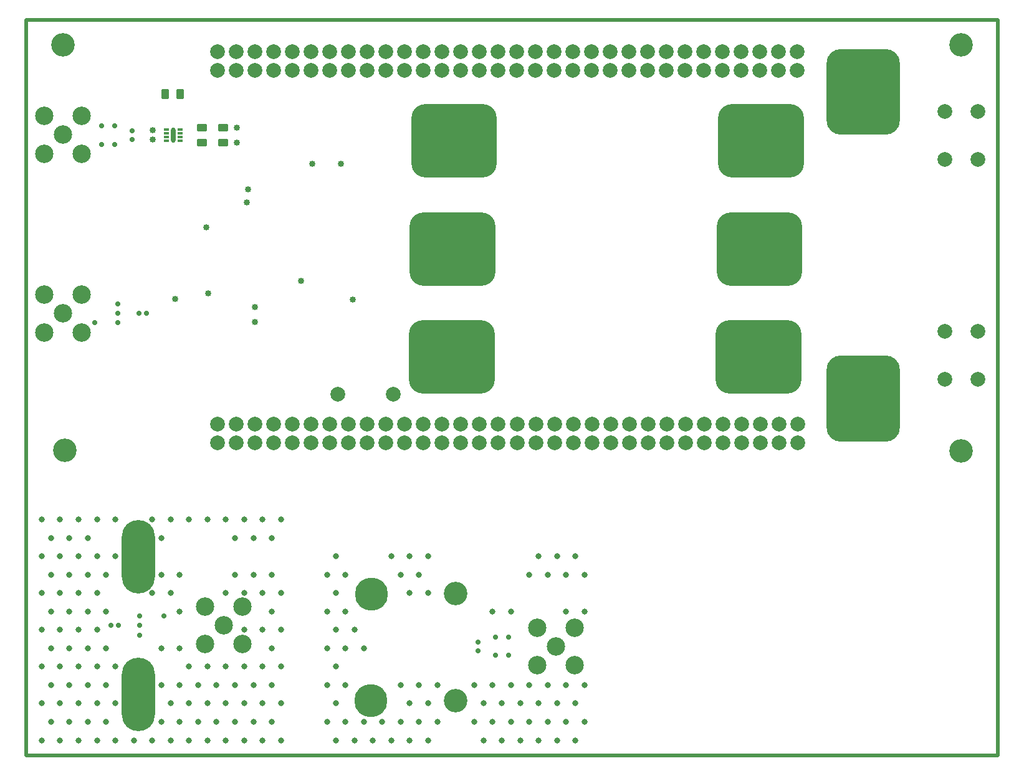
<source format=gbs>
G04*
G04 #@! TF.GenerationSoftware,Altium Limited,Altium Designer,19.0.10 (269)*
G04*
G04 Layer_Color=16711935*
%FSLAX44Y44*%
%MOMM*%
G71*
G01*
G75*
%ADD14C,0.5080*%
G04:AMPARAMS|DCode=17|XSize=1.1mm|YSize=1.35mm|CornerRadius=0.1375mm|HoleSize=0mm|Usage=FLASHONLY|Rotation=90.000|XOffset=0mm|YOffset=0mm|HoleType=Round|Shape=RoundedRectangle|*
%AMROUNDEDRECTD17*
21,1,1.1000,1.0750,0,0,90.0*
21,1,0.8250,1.3500,0,0,90.0*
1,1,0.2750,0.5375,0.4125*
1,1,0.2750,0.5375,-0.4125*
1,1,0.2750,-0.5375,-0.4125*
1,1,0.2750,-0.5375,0.4125*
%
%ADD17ROUNDEDRECTD17*%
G04:AMPARAMS|DCode=21|XSize=1.1mm|YSize=1.35mm|CornerRadius=0.1375mm|HoleSize=0mm|Usage=FLASHONLY|Rotation=0.000|XOffset=0mm|YOffset=0mm|HoleType=Round|Shape=RoundedRectangle|*
%AMROUNDEDRECTD21*
21,1,1.1000,1.0750,0,0,0.0*
21,1,0.8250,1.3500,0,0,0.0*
1,1,0.2750,0.4125,-0.5375*
1,1,0.2750,-0.4125,-0.5375*
1,1,0.2750,-0.4125,0.5375*
1,1,0.2750,0.4125,0.5375*
%
%ADD21ROUNDEDRECTD21*%
G04:AMPARAMS|DCode=24|XSize=2mm|YSize=0.6mm|CornerRadius=0.225mm|HoleSize=0mm|Usage=FLASHONLY|Rotation=270.000|XOffset=0mm|YOffset=0mm|HoleType=Round|Shape=RoundedRectangle|*
%AMROUNDEDRECTD24*
21,1,2.0000,0.1500,0,0,270.0*
21,1,1.5500,0.6000,0,0,270.0*
1,1,0.4500,-0.0750,-0.7750*
1,1,0.4500,-0.0750,0.7750*
1,1,0.4500,0.0750,0.7750*
1,1,0.4500,0.0750,-0.7750*
%
%ADD24ROUNDEDRECTD24*%
G04:AMPARAMS|DCode=25|XSize=0.75mm|YSize=0.3mm|CornerRadius=0.075mm|HoleSize=0mm|Usage=FLASHONLY|Rotation=180.000|XOffset=0mm|YOffset=0mm|HoleType=Round|Shape=RoundedRectangle|*
%AMROUNDEDRECTD25*
21,1,0.7500,0.1500,0,0,180.0*
21,1,0.6000,0.3000,0,0,180.0*
1,1,0.1500,-0.3000,0.0750*
1,1,0.1500,0.3000,0.0750*
1,1,0.1500,0.3000,-0.0750*
1,1,0.1500,-0.3000,-0.0750*
%
%ADD25ROUNDEDRECTD25*%
%ADD26O,4.5000X10.0000*%
%ADD27C,3.2000*%
%ADD28C,2.5000*%
%ADD29C,2.0000*%
G04:AMPARAMS|DCode=30|XSize=8mm|YSize=10mm|CornerRadius=2mm|HoleSize=0mm|Usage=FLASHONLY|Rotation=180.000|XOffset=0mm|YOffset=0mm|HoleType=Round|Shape=RoundedRectangle|*
%AMROUNDEDRECTD30*
21,1,8.0000,6.0000,0,0,180.0*
21,1,4.0000,10.0000,0,0,180.0*
1,1,4.0000,-2.0000,3.0000*
1,1,4.0000,2.0000,3.0000*
1,1,4.0000,2.0000,-3.0000*
1,1,4.0000,-2.0000,-3.0000*
%
%ADD30ROUNDEDRECTD30*%
G04:AMPARAMS|DCode=31|XSize=8mm|YSize=10mm|CornerRadius=2mm|HoleSize=0mm|Usage=FLASHONLY|Rotation=90.000|XOffset=0mm|YOffset=0mm|HoleType=Round|Shape=RoundedRectangle|*
%AMROUNDEDRECTD31*
21,1,8.0000,6.0000,0,0,90.0*
21,1,4.0000,10.0000,0,0,90.0*
1,1,4.0000,3.0000,2.0000*
1,1,4.0000,3.0000,-2.0000*
1,1,4.0000,-3.0000,-2.0000*
1,1,4.0000,-3.0000,2.0000*
%
%ADD31ROUNDEDRECTD31*%
%ADD32C,4.5000*%
%ADD33C,0.8000*%
%ADD34C,0.7000*%
%ADD35C,0.8500*%
D14*
X0Y-1000000D02*
X1320000D01*
Y0D01*
X0D02*
X1320000D01*
X0Y-1000000D02*
Y0D01*
D17*
X238500Y-166500D02*
D03*
Y-146500D02*
D03*
X267500Y-166500D02*
D03*
Y-146500D02*
D03*
D21*
X208700Y-100920D02*
D03*
X188700D02*
D03*
D24*
X199499Y-156267D02*
D03*
D25*
X209000Y-163768D02*
D03*
Y-158768D02*
D03*
Y-153768D02*
D03*
Y-148768D02*
D03*
X190000D02*
D03*
Y-153768D02*
D03*
Y-158768D02*
D03*
Y-163768D02*
D03*
D26*
X152610Y-729516D02*
D03*
Y-916376D02*
D03*
D27*
X583000Y-924956D02*
D03*
X582999Y-779957D02*
D03*
X1269999Y-34001D02*
D03*
X1270000Y-586001D02*
D03*
X52070Y-584710D02*
D03*
X49999Y-34001D02*
D03*
D28*
X75500Y-373500D02*
D03*
Y-424500D02*
D03*
X24500Y-373500D02*
D03*
Y-424500D02*
D03*
X50000Y-399000D02*
D03*
X75500Y-130500D02*
D03*
Y-181500D02*
D03*
X24500Y-130500D02*
D03*
Y-181500D02*
D03*
X50000Y-156000D02*
D03*
X293726Y-797456D02*
D03*
Y-848456D02*
D03*
X242726Y-797456D02*
D03*
Y-848456D02*
D03*
X268226Y-822956D02*
D03*
X744930Y-825866D02*
D03*
Y-876866D02*
D03*
X693930Y-825866D02*
D03*
Y-876866D02*
D03*
X719430Y-851366D02*
D03*
D29*
X1292500Y-124500D02*
D03*
X1247500D02*
D03*
X1292500Y-189500D02*
D03*
X1247500D02*
D03*
X1292500Y-423500D02*
D03*
X1247500D02*
D03*
X1292500Y-488500D02*
D03*
X1247500D02*
D03*
X498500Y-509000D02*
D03*
X423500D02*
D03*
X539399Y-549300D02*
D03*
X513999D02*
D03*
X564799D02*
D03*
X590199D02*
D03*
X640999D02*
D03*
X615599D02*
D03*
X463199Y-574700D02*
D03*
X488599D02*
D03*
X437799D02*
D03*
X412399D02*
D03*
X336199D02*
D03*
X361599D02*
D03*
X259999D02*
D03*
X285399Y-574700D02*
D03*
X310799Y-574700D02*
D03*
X386999D02*
D03*
X539399D02*
D03*
X513999D02*
D03*
X564799D02*
D03*
X590199D02*
D03*
X640999D02*
D03*
X615599D02*
D03*
X386999Y-549300D02*
D03*
X310799D02*
D03*
X285399Y-549300D02*
D03*
X259999Y-549300D02*
D03*
X361599D02*
D03*
X336199D02*
D03*
X412399D02*
D03*
X437799D02*
D03*
X488599D02*
D03*
X463199D02*
D03*
X539284Y-43300D02*
D03*
X513884D02*
D03*
X564684D02*
D03*
X590084D02*
D03*
X640884D02*
D03*
X615484D02*
D03*
X463084Y-68700D02*
D03*
X488484D02*
D03*
X437684D02*
D03*
X412284D02*
D03*
X336084D02*
D03*
X361484D02*
D03*
X259884D02*
D03*
X285284Y-68700D02*
D03*
X310684Y-68700D02*
D03*
X386884D02*
D03*
X539284D02*
D03*
X513884D02*
D03*
X564684D02*
D03*
X590084D02*
D03*
X640884D02*
D03*
X615484D02*
D03*
X386884Y-43300D02*
D03*
X310684D02*
D03*
X285284Y-43300D02*
D03*
X259884Y-43300D02*
D03*
X361484D02*
D03*
X336084D02*
D03*
X412284D02*
D03*
X437684D02*
D03*
X488484D02*
D03*
X463084D02*
D03*
X945684D02*
D03*
X920284D02*
D03*
X971084D02*
D03*
X996484D02*
D03*
X1047284D02*
D03*
X1021884D02*
D03*
X869484Y-68700D02*
D03*
X894884D02*
D03*
X844084D02*
D03*
X818684D02*
D03*
X742484D02*
D03*
X767884D02*
D03*
X666284D02*
D03*
X691684Y-68700D02*
D03*
X717084Y-68700D02*
D03*
X793284D02*
D03*
X945684D02*
D03*
X920284D02*
D03*
X971084D02*
D03*
X996484D02*
D03*
X1047284D02*
D03*
X1021884D02*
D03*
X793284Y-43300D02*
D03*
X717084D02*
D03*
X691684Y-43300D02*
D03*
X666284Y-43300D02*
D03*
X767884D02*
D03*
X742484D02*
D03*
X818684D02*
D03*
X844084D02*
D03*
X894884D02*
D03*
X869484D02*
D03*
X946149Y-549300D02*
D03*
X920749D02*
D03*
X971549D02*
D03*
X996949D02*
D03*
X1047749D02*
D03*
X1022349D02*
D03*
X869949Y-574700D02*
D03*
X895349D02*
D03*
X844549D02*
D03*
X819149D02*
D03*
X742949D02*
D03*
X768349D02*
D03*
X666749D02*
D03*
X692149Y-574700D02*
D03*
X717549Y-574700D02*
D03*
X793749D02*
D03*
X946149D02*
D03*
X920749D02*
D03*
X971549D02*
D03*
X996949D02*
D03*
X1047749D02*
D03*
X1022349D02*
D03*
X793749Y-549300D02*
D03*
X717549D02*
D03*
X692149Y-549300D02*
D03*
X666749Y-549300D02*
D03*
X768349D02*
D03*
X742949D02*
D03*
X819149D02*
D03*
X844549D02*
D03*
X895349D02*
D03*
X869949D02*
D03*
D30*
X599500Y-164000D02*
D03*
X562500D02*
D03*
X979500D02*
D03*
X1016500D02*
D03*
X1013500Y-458000D02*
D03*
X976500D02*
D03*
X559500D02*
D03*
X596500D02*
D03*
X560500Y-311000D02*
D03*
X597500D02*
D03*
X1014500D02*
D03*
X977500D02*
D03*
D31*
X1137000Y-533000D02*
D03*
Y-496000D02*
D03*
Y-79000D02*
D03*
Y-116000D02*
D03*
D32*
X469150Y-780246D02*
D03*
X467880Y-925026D02*
D03*
D33*
X71000Y-779000D02*
D03*
X608500Y-904000D02*
D03*
X271000Y-979000D02*
D03*
X671000D02*
D03*
X33500Y-704000D02*
D03*
X221000Y-929000D02*
D03*
X308500Y-904000D02*
D03*
X83500Y-954000D02*
D03*
X733500Y-804000D02*
D03*
X96000Y-979000D02*
D03*
X283500Y-704000D02*
D03*
X433500Y-854000D02*
D03*
X521000Y-979000D02*
D03*
X71000Y-729000D02*
D03*
X296000Y-779000D02*
D03*
X333500Y-904000D02*
D03*
X683500Y-754000D02*
D03*
X433500Y-904000D02*
D03*
X333500Y-854000D02*
D03*
X633500Y-804000D02*
D03*
X121000Y-679000D02*
D03*
X258500Y-954000D02*
D03*
X721000Y-979000D02*
D03*
X33500Y-754000D02*
D03*
X408500Y-904000D02*
D03*
X71000Y-929000D02*
D03*
X171000Y-779000D02*
D03*
X346000Y-929000D02*
D03*
X433500Y-804000D02*
D03*
X96000Y-929000D02*
D03*
X446000Y-979000D02*
D03*
X308500Y-704000D02*
D03*
X58500Y-804000D02*
D03*
X608500Y-954000D02*
D03*
X271000Y-779000D02*
D03*
X346000Y-879000D02*
D03*
X308500Y-954000D02*
D03*
X83500Y-854000D02*
D03*
X208500Y-904000D02*
D03*
X633500Y-954000D02*
D03*
X21000Y-779000D02*
D03*
X208500Y-754000D02*
D03*
X646000Y-929000D02*
D03*
X558500Y-954000D02*
D03*
X421000Y-879000D02*
D03*
X758500Y-804000D02*
D03*
Y-754000D02*
D03*
X146000Y-979000D02*
D03*
X171000D02*
D03*
X433500Y-954000D02*
D03*
X421000Y-929000D02*
D03*
X471000Y-979000D02*
D03*
X658500Y-954000D02*
D03*
X708500Y-904000D02*
D03*
X21000Y-979000D02*
D03*
X708500Y-754000D02*
D03*
X96000Y-829000D02*
D03*
X271000Y-879000D02*
D03*
X196000Y-679000D02*
D03*
X233500Y-954000D02*
D03*
X746000Y-929000D02*
D03*
X521000Y-729000D02*
D03*
X196000Y-979000D02*
D03*
X483500Y-954000D02*
D03*
X221000Y-979000D02*
D03*
X408500Y-854000D02*
D03*
X533500Y-904000D02*
D03*
X546000Y-779000D02*
D03*
X83500Y-754000D02*
D03*
X283500Y-904000D02*
D03*
X333500Y-804000D02*
D03*
X233500Y-904000D02*
D03*
X296000Y-829000D02*
D03*
X521000Y-779000D02*
D03*
X733500Y-954000D02*
D03*
X208500Y-804000D02*
D03*
X721000Y-729000D02*
D03*
X758500Y-904000D02*
D03*
X183500Y-954000D02*
D03*
X71000Y-679000D02*
D03*
X221000Y-879000D02*
D03*
X408500Y-954000D02*
D03*
X183500Y-704000D02*
D03*
X208500Y-954000D02*
D03*
X183500Y-904000D02*
D03*
X171000Y-679000D02*
D03*
X321000Y-829000D02*
D03*
X33500Y-854000D02*
D03*
X96000Y-729000D02*
D03*
X183500Y-854000D02*
D03*
X408500Y-754000D02*
D03*
X283500D02*
D03*
X721000Y-929000D02*
D03*
X433500Y-754000D02*
D03*
X108500Y-954000D02*
D03*
X21000Y-879000D02*
D03*
X96000Y-679000D02*
D03*
X296000Y-929000D02*
D03*
X108500Y-754000D02*
D03*
X121000Y-879000D02*
D03*
X221000Y-679000D02*
D03*
X58500Y-854000D02*
D03*
X46000Y-879000D02*
D03*
X208500Y-854000D02*
D03*
X33500Y-904000D02*
D03*
X246000Y-929000D02*
D03*
X46000Y-679000D02*
D03*
X533500Y-754000D02*
D03*
X321000Y-679000D02*
D03*
X621000Y-929000D02*
D03*
X346000Y-679000D02*
D03*
X333500Y-954000D02*
D03*
X96000Y-779000D02*
D03*
X683500Y-904000D02*
D03*
X71000Y-829000D02*
D03*
X346000D02*
D03*
X108500Y-904000D02*
D03*
X658500D02*
D03*
X83500Y-804000D02*
D03*
X733500Y-754000D02*
D03*
X496000Y-979000D02*
D03*
X321000Y-929000D02*
D03*
X308500Y-754000D02*
D03*
X46000Y-729000D02*
D03*
X546000D02*
D03*
X258500Y-904000D02*
D03*
X183500Y-754000D02*
D03*
X458500Y-954000D02*
D03*
X21000Y-829000D02*
D03*
X121000Y-729000D02*
D03*
X346000Y-779000D02*
D03*
X683500Y-954000D02*
D03*
X546000Y-979000D02*
D03*
X71000Y-879000D02*
D03*
X671000Y-929000D02*
D03*
X546000D02*
D03*
X558500Y-904000D02*
D03*
X421000Y-729000D02*
D03*
X33500Y-954000D02*
D03*
X108500Y-804000D02*
D03*
X246000Y-679000D02*
D03*
X283500Y-954000D02*
D03*
X46000Y-979000D02*
D03*
X758500Y-954000D02*
D03*
X83500Y-704000D02*
D03*
X696000Y-979000D02*
D03*
X271000Y-929000D02*
D03*
X408500Y-804000D02*
D03*
X508500Y-904000D02*
D03*
X658500Y-804000D02*
D03*
X58500Y-904000D02*
D03*
X508500Y-954000D02*
D03*
X621000Y-979000D02*
D03*
X746000Y-729000D02*
D03*
X121000Y-979000D02*
D03*
X321000D02*
D03*
X421000Y-829000D02*
D03*
X58500Y-704000D02*
D03*
X646000Y-979000D02*
D03*
X496000Y-729000D02*
D03*
X46000Y-779000D02*
D03*
X21000Y-679000D02*
D03*
X296000Y-979000D02*
D03*
X196000Y-779000D02*
D03*
X508500Y-754000D02*
D03*
X296000Y-679000D02*
D03*
X421000Y-979000D02*
D03*
X296000Y-879000D02*
D03*
X246000D02*
D03*
X708500Y-954000D02*
D03*
X533500D02*
D03*
X333500Y-704000D02*
D03*
X121000Y-929000D02*
D03*
X271000Y-679000D02*
D03*
X46000Y-929000D02*
D03*
X696000D02*
D03*
X33500Y-804000D02*
D03*
X58500Y-754000D02*
D03*
X458500Y-854000D02*
D03*
X46000Y-829000D02*
D03*
X446000D02*
D03*
X21000Y-729000D02*
D03*
X696000D02*
D03*
X108500Y-854000D02*
D03*
X421000Y-779000D02*
D03*
X96000Y-879000D02*
D03*
X633500Y-904000D02*
D03*
X196000Y-929000D02*
D03*
X58500Y-954000D02*
D03*
X521000Y-929000D02*
D03*
X346000Y-979000D02*
D03*
X21000Y-929000D02*
D03*
X83500Y-904000D02*
D03*
X321000Y-779000D02*
D03*
Y-879000D02*
D03*
X333500Y-754000D02*
D03*
X71000Y-979000D02*
D03*
X733500Y-904000D02*
D03*
X746000Y-979000D02*
D03*
X246000D02*
D03*
D34*
X153455Y-398500D02*
D03*
X124380Y-411300D02*
D03*
X93370Y-411210D02*
D03*
X163455Y-398500D02*
D03*
X102500Y-143956D02*
D03*
X119738D02*
D03*
X119770Y-168832D02*
D03*
X102500Y-168848D02*
D03*
X124455Y-398500D02*
D03*
Y-385500D02*
D03*
X144122Y-150560D02*
D03*
Y-162244D02*
D03*
X613378Y-857200D02*
D03*
Y-845516D02*
D03*
X637762Y-838912D02*
D03*
X655000D02*
D03*
Y-863804D02*
D03*
X637730Y-863788D02*
D03*
X115270Y-822956D02*
D03*
X125270D02*
D03*
X154270Y-835956D02*
D03*
Y-822956D02*
D03*
Y-809956D02*
D03*
X186970Y-810256D02*
D03*
D35*
X247060Y-371200D02*
D03*
X443810Y-380000D02*
D03*
X388500Y-195500D02*
D03*
X427500Y-195000D02*
D03*
X299500Y-247500D02*
D03*
X301500Y-230500D02*
D03*
X244499Y-282000D02*
D03*
X373000Y-354500D02*
D03*
X311000Y-410500D02*
D03*
X310800Y-390500D02*
D03*
X285750Y-166500D02*
D03*
X286000Y-146500D02*
D03*
X202000Y-379000D02*
D03*
X172000Y-150000D02*
D03*
Y-162500D02*
D03*
M02*

</source>
